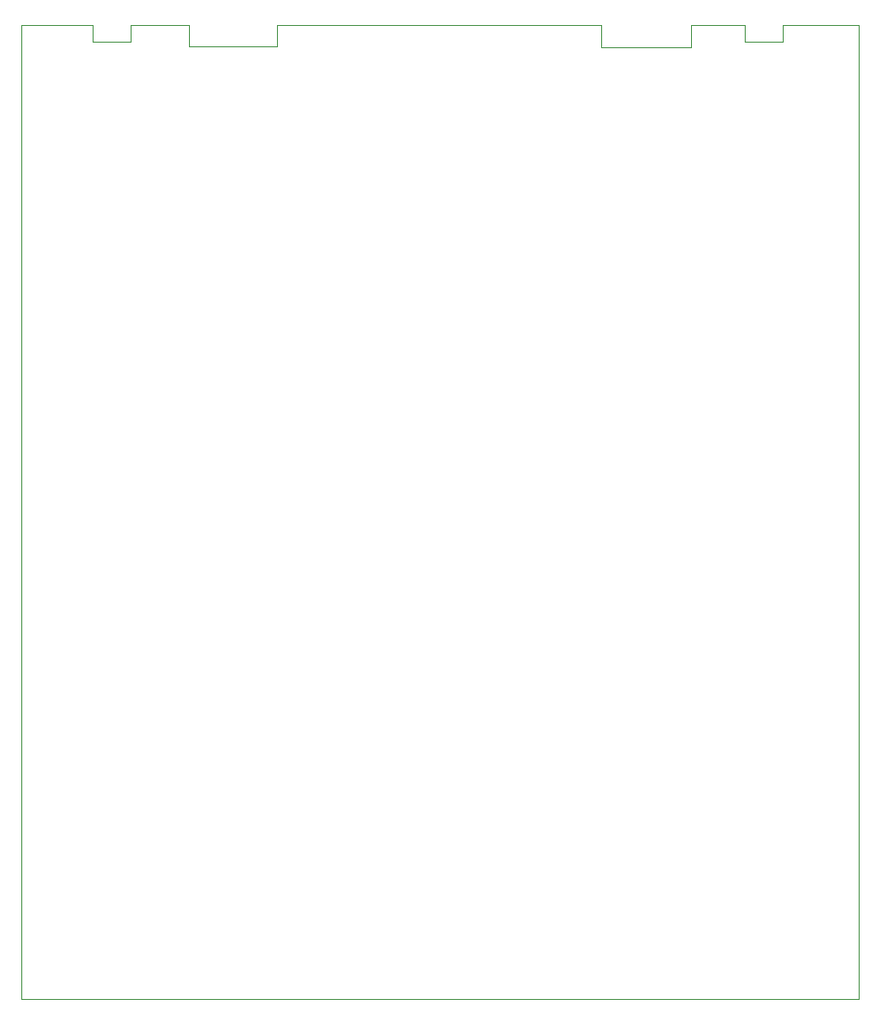
<source format=gbr>
G04 #@! TF.GenerationSoftware,KiCad,Pcbnew,9.0.2*
G04 #@! TF.CreationDate,2025-10-13T16:39:09+05:30*
G04 #@! TF.ProjectId,V12A_LH,56313241-5f4c-4482-9e6b-696361645f70,rev?*
G04 #@! TF.SameCoordinates,Original*
G04 #@! TF.FileFunction,Profile,NP*
%FSLAX46Y46*%
G04 Gerber Fmt 4.6, Leading zero omitted, Abs format (unit mm)*
G04 Created by KiCad (PCBNEW 9.0.2) date 2025-10-13 16:39:09*
%MOMM*%
%LPD*%
G01*
G04 APERTURE LIST*
G04 #@! TA.AperFunction,Profile*
%ADD10C,0.100000*%
G04 #@! TD*
G04 APERTURE END LIST*
D10*
X66090800Y89001600D02*
X61200000Y89001600D01*
X69596000Y89001600D02*
X69596000Y87503000D01*
X69596000Y87503000D02*
X66090800Y87503000D01*
X15325000Y87025000D02*
X23375000Y87025000D01*
X6502400Y87452200D02*
X10007600Y87452200D01*
X76500000Y0D02*
X0Y0D01*
X15325000Y89000000D02*
X15325000Y87025000D01*
X61200000Y87000000D02*
X61200000Y89000000D01*
X53025000Y89000000D02*
X53025000Y87000000D01*
X69596000Y89001600D02*
X76500000Y89000000D01*
X0Y0D02*
X0Y89000000D01*
X6502400Y89000000D02*
X6502400Y87452200D01*
X53025000Y87000000D02*
X61200000Y87000000D01*
X15325000Y89000000D02*
X10007600Y89001600D01*
X10007600Y87452200D02*
X10007600Y89001600D01*
X66090800Y87503000D02*
X66090800Y89001600D01*
X23375000Y89000000D02*
X53025000Y89000000D01*
X6502400Y89000000D02*
X0Y89000000D01*
X23375000Y87025000D02*
X23375000Y89000000D01*
X76500000Y89000000D02*
X76500000Y0D01*
M02*

</source>
